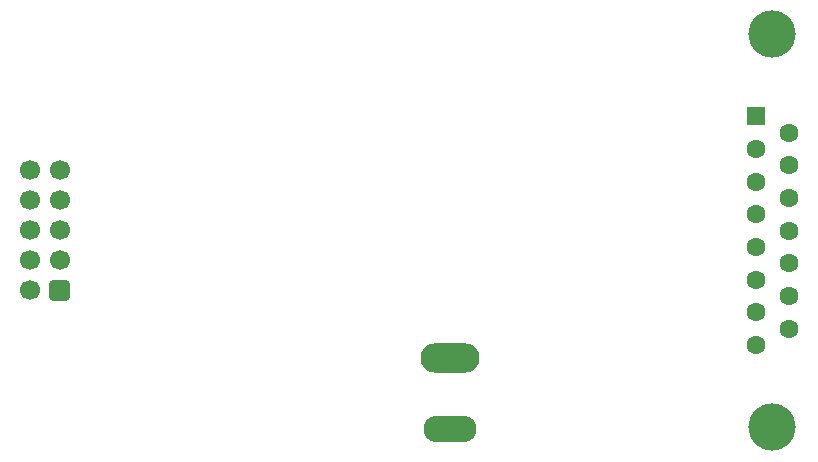
<source format=gbs>
G04 #@! TF.GenerationSoftware,KiCad,Pcbnew,(5.1.10)-1*
G04 #@! TF.CreationDate,2021-08-27T17:33:28-04:00*
G04 #@! TF.ProjectId,Coco3AppleRGB,436f636f-3341-4707-906c-655247422e6b,rev?*
G04 #@! TF.SameCoordinates,Original*
G04 #@! TF.FileFunction,Soldermask,Bot*
G04 #@! TF.FilePolarity,Negative*
%FSLAX46Y46*%
G04 Gerber Fmt 4.6, Leading zero omitted, Abs format (unit mm)*
G04 Created by KiCad (PCBNEW (5.1.10)-1) date 2021-08-27 17:33:28*
%MOMM*%
%LPD*%
G01*
G04 APERTURE LIST*
%ADD10O,4.500000X2.250000*%
%ADD11O,5.000000X2.500000*%
%ADD12C,4.000000*%
%ADD13C,1.600000*%
%ADD14R,1.600000X1.600000*%
%ADD15C,1.700000*%
G04 APERTURE END LIST*
D10*
X87630000Y-119030000D03*
D11*
X87630000Y-113030000D03*
D12*
X114958000Y-85605000D03*
X114958000Y-118905000D03*
D13*
X116378000Y-110565000D03*
X116378000Y-107795000D03*
X116378000Y-105025000D03*
X116378000Y-102255000D03*
X116378000Y-99485000D03*
X116378000Y-96715000D03*
X116378000Y-93945000D03*
X113538000Y-111950000D03*
X113538000Y-109180000D03*
X113538000Y-106410000D03*
X113538000Y-103640000D03*
X113538000Y-100870000D03*
X113538000Y-98100000D03*
X113538000Y-95330000D03*
D14*
X113538000Y-92560000D03*
D15*
X52070000Y-97155000D03*
X52070000Y-99695000D03*
X52070000Y-102235000D03*
X52070000Y-104775000D03*
X52070000Y-107315000D03*
X54610000Y-97155000D03*
X54610000Y-99695000D03*
X54610000Y-102235000D03*
X54610000Y-104775000D03*
G36*
G01*
X55460000Y-106715000D02*
X55460000Y-107915000D01*
G75*
G02*
X55210000Y-108165000I-250000J0D01*
G01*
X54010000Y-108165000D01*
G75*
G02*
X53760000Y-107915000I0J250000D01*
G01*
X53760000Y-106715000D01*
G75*
G02*
X54010000Y-106465000I250000J0D01*
G01*
X55210000Y-106465000D01*
G75*
G02*
X55460000Y-106715000I0J-250000D01*
G01*
G37*
M02*

</source>
